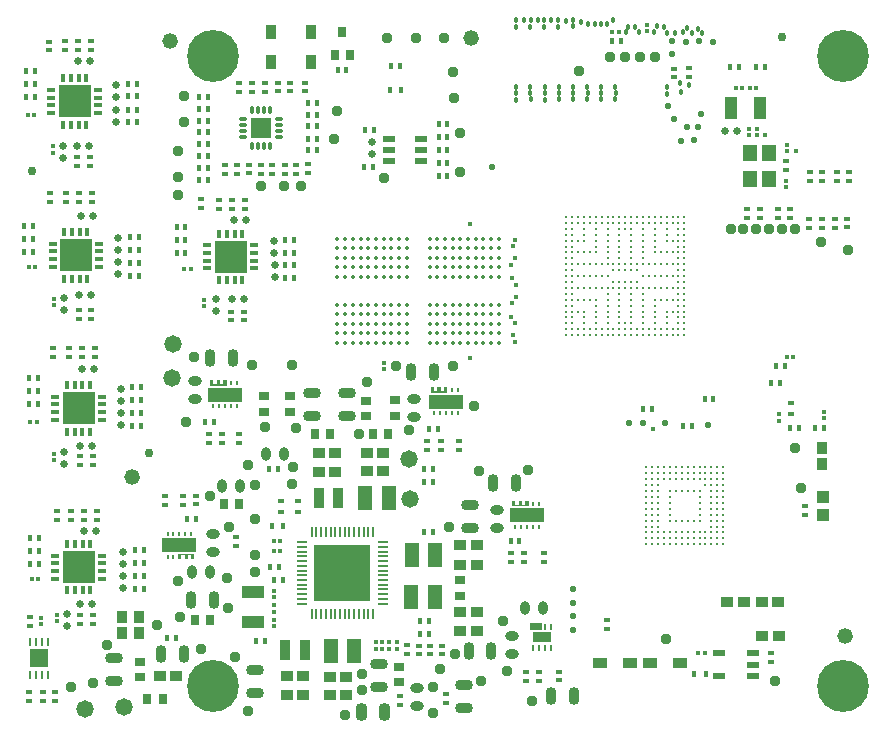
<source format=gbr>
%TF.GenerationSoftware,Altium Limited,Altium Designer,25.7.1 (20)*%
G04 Layer_Color=10964583*
%FSLAX45Y45*%
%MOMM*%
%TF.SameCoordinates,1AA72D45-9F13-4BD8-B423-63960E99F270*%
%TF.FilePolarity,Negative*%
%TF.FileFunction,Soldermask,Top*%
%TF.Part,Single*%
G01*
G75*
%TA.AperFunction,SMDPad,CuDef*%
%ADD10O,0.27940X0.81280*%
%ADD11O,0.81280X0.27940*%
%ADD12R,1.70180X1.70180*%
%ADD13O,0.88900X1.14300*%
%ADD14O,1.14300X0.88900*%
%ADD15O,1.52400X0.88900*%
%ADD16O,0.88900X1.52400*%
%ADD18R,1.09220X1.90500*%
%ADD19R,0.86360X1.80340*%
%ADD20R,1.21920X2.00660*%
%ADD21C,0.63500*%
%ADD22R,1.21920X0.88900*%
%ADD23R,0.30480X0.30480*%
%ADD24R,0.83820X0.71120*%
%ADD25R,0.71120X0.88900*%
%ADD26R,1.19380X1.39700*%
%ADD27R,1.11760X0.60960*%
%ADD28R,2.69240X2.69240*%
%ADD29R,0.35560X0.78740*%
%ADD30R,0.78740X0.35560*%
%ADD31R,0.20320X0.88900*%
%ADD32R,4.69900X4.69900*%
%ADD33R,0.88900X0.20320*%
%TA.AperFunction,BGAPad,CuDef*%
%ADD34C,0.25400*%
%TA.AperFunction,SMDPad,CuDef*%
%ADD35R,0.27940X0.48260*%
%ADD36R,1.60020X0.91440*%
G04:AMPARAMS|DCode=37|XSize=0.0254mm|YSize=0.0254mm|CornerRadius=0mm|HoleSize=0mm|Usage=FLASHONLY|Rotation=0.000|XOffset=0mm|YOffset=0mm|HoleType=Round|Shape=Octagon|*
%AMOCTAGOND37*
4,1,8,0.01270,-0.00635,0.01270,0.00635,0.00635,0.01270,-0.00635,0.01270,-0.01270,0.00635,-0.01270,-0.00635,-0.00635,-0.01270,0.00635,-0.01270,0.01270,-0.00635,0.0*
%
%ADD37OCTAGOND37*%

%ADD38R,0.25400X0.45720*%
%ADD41R,0.45720X0.60960*%
%ADD42R,0.99060X0.81280*%
%ADD43R,1.01600X1.01600*%
%ADD44R,0.25400X0.63500*%
%ADD45R,1.60020X1.60020*%
%TA.AperFunction,BGAPad,CuDef*%
%ADD46C,0.35560*%
%TA.AperFunction,SMDPad,CuDef*%
%ADD50R,0.45720X0.50800*%
%ADD51R,0.50800X0.45720*%
%ADD52R,0.99060X0.81280*%
%ADD53R,0.81280X0.99060*%
%ADD54R,0.71120X0.83820*%
%ADD55R,0.30480X0.30480*%
%ADD56R,0.88900X1.21920*%
%ADD57R,1.90500X1.09220*%
%ADD58R,0.60960X0.45720*%
%TA.AperFunction,ComponentPad*%
%ADD77C,4.40004*%
%TA.AperFunction,TestPad*%
%ADD97C,1.47320*%
%ADD99C,0.55880*%
%TA.AperFunction,SMDPad,CuDef*%
%ADD100R,2.89560X1.29540*%
%TA.AperFunction,TestPad*%
%ADD101C,1.32080*%
%ADD102C,0.93980*%
%ADD103C,0.43180*%
%TA.AperFunction,SMDPad,CuDef*%
%ADD104C,0.76200*%
%TA.AperFunction,TestPad*%
%ADD105C,0.45720*%
G36*
X1897151Y2941269D02*
X1757147D01*
Y2986278D01*
X1785137D01*
Y2953766D01*
X1813154D01*
Y2986278D01*
X1841144D01*
Y2953766D01*
X1869161D01*
Y2986278D01*
X1897151D01*
Y2941269D01*
D02*
G37*
G36*
X3764382Y2882087D02*
X3624377D01*
Y2927096D01*
X3652368D01*
Y2894584D01*
X3680384D01*
Y2927096D01*
X3708375D01*
Y2894584D01*
X3736391D01*
Y2927096D01*
X3764382D01*
Y2882087D01*
D02*
G37*
G36*
X4454525Y1921713D02*
X4314520D01*
Y1966722D01*
X4342511D01*
Y1934210D01*
X4370527D01*
Y1966722D01*
X4398518D01*
Y1934210D01*
X4426534D01*
Y1966722D01*
X4454525D01*
Y1921713D01*
D02*
G37*
G36*
X1624889Y1472108D02*
X1596898D01*
Y1504620D01*
X1568882D01*
Y1472108D01*
X1540891D01*
Y1504620D01*
X1512875D01*
Y1472108D01*
X1484884D01*
Y1517117D01*
X1624889D01*
Y1472108D01*
D02*
G37*
G36*
X4564355Y871906D02*
X4469359D01*
Y929919D01*
X4514367D01*
Y907923D01*
X4519371D01*
Y929919D01*
X4564355D01*
Y871906D01*
D02*
G37*
D10*
X2263445Y4971948D02*
D03*
X2213432D02*
D03*
X2163445D02*
D03*
X2113432D02*
D03*
Y5273243D02*
D03*
X2163445D02*
D03*
X2213432D02*
D03*
X2263445D02*
D03*
D11*
X2037791Y5197602D02*
D03*
Y5147589D02*
D03*
Y5097602D02*
D03*
Y5047590D02*
D03*
X2339086D02*
D03*
Y5097602D02*
D03*
Y5147589D02*
D03*
Y5197602D02*
D03*
D12*
X2188439Y5122596D02*
D03*
D13*
X4419727Y1057554D02*
D03*
X4572127D02*
D03*
X1858493Y2096643D02*
D03*
X2010893D02*
D03*
X2386584Y2364105D02*
D03*
X2234184D02*
D03*
X1606372Y1360246D02*
D03*
X1758772D02*
D03*
D14*
X4309974Y669519D02*
D03*
Y821919D02*
D03*
X3505098Y383540D02*
D03*
Y231140D02*
D03*
X3479698Y2680487D02*
D03*
Y2832887D02*
D03*
X1628115Y2977947D02*
D03*
Y2825547D02*
D03*
X4185717Y1892529D02*
D03*
Y1740129D02*
D03*
X1782623Y1535201D02*
D03*
Y1687601D02*
D03*
D15*
X2139747Y341401D02*
D03*
Y534441D02*
D03*
X2139163Y341833D02*
D03*
Y534873D02*
D03*
X3191205Y393141D02*
D03*
Y586181D02*
D03*
X3905910Y404089D02*
D03*
Y211049D02*
D03*
X2620035Y2879598D02*
D03*
Y2686558D02*
D03*
X2916834Y2685542D02*
D03*
Y2878582D02*
D03*
X947318Y636524D02*
D03*
Y443484D02*
D03*
X3957447Y1737868D02*
D03*
Y1930908D02*
D03*
D16*
X3232226Y175768D02*
D03*
X3039186D02*
D03*
X3234512D02*
D03*
X3041472D02*
D03*
X4643526Y315697D02*
D03*
X4836566D02*
D03*
X1537665Y668782D02*
D03*
X1344625D02*
D03*
X3652241Y3057957D02*
D03*
X3459201D02*
D03*
X1757629Y3174924D02*
D03*
X1950669D02*
D03*
X1597838Y1124509D02*
D03*
X1790878D02*
D03*
X4345305Y2118360D02*
D03*
X4152265D02*
D03*
X3945230Y694690D02*
D03*
X4138270D02*
D03*
D18*
X6164885Y5290033D02*
D03*
X6414872D02*
D03*
D19*
X2390216Y701853D02*
D03*
X2557196D02*
D03*
X2676500Y1991741D02*
D03*
X2843479D02*
D03*
D20*
X3066161Y1993722D02*
D03*
X3268091D02*
D03*
X3462655Y1506957D02*
D03*
X3664585D02*
D03*
X3460242Y1154049D02*
D03*
X3662172D02*
D03*
X2776880Y697306D02*
D03*
X2978810D02*
D03*
D21*
X6222086Y5099685D02*
D03*
X6120486D02*
D03*
X957656Y5485181D02*
D03*
Y5383581D02*
D03*
X519506Y3688029D02*
D03*
Y3586429D02*
D03*
X3125216Y5002809D02*
D03*
Y4901209D02*
D03*
X1810741Y3675761D02*
D03*
Y3574161D02*
D03*
X520192Y2383536D02*
D03*
Y2281936D02*
D03*
X546710Y1006246D02*
D03*
Y904646D02*
D03*
X514452Y4974819D02*
D03*
Y4873219D02*
D03*
X978002Y3883990D02*
D03*
Y3985590D02*
D03*
X645541Y3708476D02*
D03*
X747141D02*
D03*
X691109Y1715287D02*
D03*
X792709D02*
D03*
X980567Y4188206D02*
D03*
Y4086606D02*
D03*
X659536Y2434615D02*
D03*
X761136D02*
D03*
X1001293Y2605303D02*
D03*
Y2706903D02*
D03*
X1016000Y1535633D02*
D03*
Y1434033D02*
D03*
X665480Y4380560D02*
D03*
X767080D02*
D03*
X2303450Y3865423D02*
D03*
Y3967023D02*
D03*
X673862Y3085186D02*
D03*
X775462D02*
D03*
X1016711Y1228700D02*
D03*
Y1330300D02*
D03*
X1000277Y2914980D02*
D03*
Y2813380D02*
D03*
X655549Y1091997D02*
D03*
X757149D02*
D03*
X1943075Y3672002D02*
D03*
X2044675D02*
D03*
X1957324Y4347693D02*
D03*
X2058924D02*
D03*
X2301443Y4168191D02*
D03*
Y4066591D02*
D03*
X956970Y5177257D02*
D03*
Y5278857D02*
D03*
X633197Y4975047D02*
D03*
X734797D02*
D03*
X640105Y5693004D02*
D03*
X741705D02*
D03*
D22*
X5482057Y593573D02*
D03*
X5736057D02*
D03*
X5312791Y593522D02*
D03*
X5058791D02*
D03*
D23*
X6379083Y5464734D02*
D03*
X6325692D02*
D03*
X6208344Y5463337D02*
D03*
X6261735D02*
D03*
X5217693Y5935116D02*
D03*
X5164303D02*
D03*
X2295119Y1630782D02*
D03*
X2348509D02*
D03*
X222352Y3948074D02*
D03*
X275742D02*
D03*
X2295296Y1538046D02*
D03*
X2348687D02*
D03*
X6639154Y3181909D02*
D03*
X6692544D02*
D03*
X234290Y2632304D02*
D03*
X287680D02*
D03*
X213563Y5232425D02*
D03*
X266954D02*
D03*
X247015Y1306779D02*
D03*
X300406D02*
D03*
X1539469Y3929050D02*
D03*
X1592859D02*
D03*
X5890692Y675538D02*
D03*
X5944083D02*
D03*
D24*
X2435047Y2720619D02*
D03*
Y2850617D02*
D03*
X3076524Y2684501D02*
D03*
Y2814498D02*
D03*
X1162253Y471780D02*
D03*
Y601777D02*
D03*
X2209800Y2851582D02*
D03*
Y2721585D02*
D03*
X3322980Y2817800D02*
D03*
Y2687803D02*
D03*
X3354934Y558851D02*
D03*
Y428854D02*
D03*
X3869563Y1292606D02*
D03*
Y1162609D02*
D03*
D25*
X2812898Y5745074D02*
D03*
X2877668Y5935421D02*
D03*
X2942438Y5745074D02*
D03*
D26*
X6485941Y4909642D02*
D03*
Y4689627D02*
D03*
X6325921Y4909642D02*
D03*
Y4689627D02*
D03*
D27*
X6068466Y485750D02*
D03*
Y675742D02*
D03*
X6353454Y485750D02*
D03*
Y580746D02*
D03*
Y675742D02*
D03*
X3539388Y5032756D02*
D03*
Y4937760D02*
D03*
Y4842764D02*
D03*
X3275228Y5032756D02*
D03*
Y4937760D02*
D03*
Y4842764D02*
D03*
D28*
X620852Y4046626D02*
D03*
X644017Y2750972D02*
D03*
X610794Y5348656D02*
D03*
X645693Y1405992D02*
D03*
X1931848Y4031564D02*
D03*
D29*
X718363Y4244137D02*
D03*
X653364D02*
D03*
X588340D02*
D03*
X523342D02*
D03*
Y3849116D02*
D03*
X588340D02*
D03*
X653364D02*
D03*
X718363D02*
D03*
X741528Y2553462D02*
D03*
X676529D02*
D03*
X611505D02*
D03*
X546506D02*
D03*
Y2948483D02*
D03*
X611505D02*
D03*
X676529D02*
D03*
X741528D02*
D03*
X708304Y5546166D02*
D03*
X643306D02*
D03*
X578282D02*
D03*
X513283D02*
D03*
Y5151145D02*
D03*
X578282D02*
D03*
X643306D02*
D03*
X708304D02*
D03*
X743204Y1208481D02*
D03*
X678205D02*
D03*
X613181D02*
D03*
X548183D02*
D03*
Y1603502D02*
D03*
X613181D02*
D03*
X678205D02*
D03*
X743204D02*
D03*
X2029358Y4229075D02*
D03*
X1964360D02*
D03*
X1899336D02*
D03*
X1834337D02*
D03*
Y3834054D02*
D03*
X1899336D02*
D03*
X1964360D02*
D03*
X2029358D02*
D03*
D30*
X423342Y4144137D02*
D03*
Y4079138D02*
D03*
Y4014114D02*
D03*
Y3949116D02*
D03*
X818363D02*
D03*
Y4014114D02*
D03*
Y4079138D02*
D03*
Y4144137D02*
D03*
X841527Y2848483D02*
D03*
Y2783484D02*
D03*
Y2718460D02*
D03*
Y2653462D02*
D03*
X446507D02*
D03*
Y2718460D02*
D03*
Y2783484D02*
D03*
Y2848483D02*
D03*
X413283Y5446166D02*
D03*
Y5381168D02*
D03*
Y5316144D02*
D03*
Y5251145D02*
D03*
X808304D02*
D03*
Y5316144D02*
D03*
Y5381168D02*
D03*
Y5446166D02*
D03*
X843204Y1503502D02*
D03*
Y1438504D02*
D03*
Y1373480D02*
D03*
Y1308481D02*
D03*
X448183D02*
D03*
Y1373480D02*
D03*
Y1438504D02*
D03*
Y1503502D02*
D03*
X1734337Y4129075D02*
D03*
Y4064076D02*
D03*
Y3999052D02*
D03*
Y3934054D02*
D03*
X2129358D02*
D03*
Y3999052D02*
D03*
Y4064076D02*
D03*
Y4129075D02*
D03*
D31*
X2617470Y1011225D02*
D03*
Y1701241D02*
D03*
X2657475Y1011225D02*
D03*
Y1701241D02*
D03*
X2697455Y1011225D02*
D03*
Y1701241D02*
D03*
X2737460Y1011225D02*
D03*
Y1701241D02*
D03*
X2777465Y1011225D02*
D03*
Y1701241D02*
D03*
X2817470Y1011225D02*
D03*
Y1701241D02*
D03*
X2857475Y1011225D02*
D03*
Y1701241D02*
D03*
X2897454Y1011225D02*
D03*
Y1701241D02*
D03*
X2937459Y1011225D02*
D03*
Y1701241D02*
D03*
X2977464Y1011225D02*
D03*
Y1701241D02*
D03*
X3017469Y1011225D02*
D03*
Y1701241D02*
D03*
X3057474Y1011225D02*
D03*
Y1701241D02*
D03*
X3097454Y1011225D02*
D03*
Y1701241D02*
D03*
X3137459Y1011225D02*
D03*
Y1701241D02*
D03*
D32*
X2877464Y1356233D02*
D03*
D33*
X3222473Y1096239D02*
D03*
Y1136244D02*
D03*
Y1176223D02*
D03*
Y1216228D02*
D03*
Y1256233D02*
D03*
Y1296238D02*
D03*
Y1336243D02*
D03*
Y1376223D02*
D03*
Y1416228D02*
D03*
Y1456233D02*
D03*
Y1496238D02*
D03*
Y1536243D02*
D03*
Y1576222D02*
D03*
Y1616227D02*
D03*
X2532456Y1096239D02*
D03*
Y1136244D02*
D03*
Y1176223D02*
D03*
Y1216228D02*
D03*
Y1256233D02*
D03*
Y1296238D02*
D03*
Y1336243D02*
D03*
Y1376223D02*
D03*
Y1416228D02*
D03*
Y1456233D02*
D03*
Y1496238D02*
D03*
Y1536243D02*
D03*
Y1576222D02*
D03*
Y1616227D02*
D03*
D34*
X5450942Y1599463D02*
D03*
Y1649451D02*
D03*
Y1699463D02*
D03*
Y1749450D02*
D03*
Y1799463D02*
D03*
Y1849450D02*
D03*
Y1899463D02*
D03*
Y1949450D02*
D03*
Y1999463D02*
D03*
Y2049450D02*
D03*
Y2099462D02*
D03*
Y2149450D02*
D03*
Y2199462D02*
D03*
Y2249449D02*
D03*
X5500929Y1599463D02*
D03*
Y1649451D02*
D03*
Y1699463D02*
D03*
Y1749450D02*
D03*
Y1799463D02*
D03*
Y1849450D02*
D03*
Y1899463D02*
D03*
Y1949450D02*
D03*
Y1999463D02*
D03*
Y2049450D02*
D03*
Y2099462D02*
D03*
Y2149450D02*
D03*
Y2199462D02*
D03*
Y2249449D02*
D03*
X5550941Y1599463D02*
D03*
Y1649451D02*
D03*
Y1699463D02*
D03*
Y1749450D02*
D03*
Y1799463D02*
D03*
Y1849450D02*
D03*
Y1899463D02*
D03*
Y1949450D02*
D03*
Y1999463D02*
D03*
Y2049450D02*
D03*
Y2099462D02*
D03*
Y2149450D02*
D03*
Y2199462D02*
D03*
Y2249449D02*
D03*
X5600929Y1599463D02*
D03*
Y1649451D02*
D03*
Y1699463D02*
D03*
Y2149450D02*
D03*
Y2199462D02*
D03*
Y2249449D02*
D03*
X5650941Y1599463D02*
D03*
Y1649451D02*
D03*
Y1699463D02*
D03*
Y1799463D02*
D03*
Y1849450D02*
D03*
Y1899463D02*
D03*
Y1949450D02*
D03*
Y1999463D02*
D03*
Y2049450D02*
D03*
Y2149450D02*
D03*
Y2199462D02*
D03*
Y2249449D02*
D03*
X5700928Y1599463D02*
D03*
Y1649451D02*
D03*
Y1699463D02*
D03*
Y1799463D02*
D03*
Y2049450D02*
D03*
Y2149450D02*
D03*
Y2199462D02*
D03*
Y2249449D02*
D03*
X5750941Y1599463D02*
D03*
Y1649451D02*
D03*
Y1699463D02*
D03*
Y1799463D02*
D03*
Y2049450D02*
D03*
Y2149450D02*
D03*
Y2199462D02*
D03*
Y2249449D02*
D03*
X5800928Y1599463D02*
D03*
Y1649451D02*
D03*
Y1699463D02*
D03*
Y1799463D02*
D03*
Y2049450D02*
D03*
Y2149450D02*
D03*
Y2199462D02*
D03*
Y2249449D02*
D03*
X5850941Y1599463D02*
D03*
Y1649451D02*
D03*
Y1699463D02*
D03*
Y1799463D02*
D03*
Y2049450D02*
D03*
Y2149450D02*
D03*
Y2199462D02*
D03*
Y2249449D02*
D03*
X5900928Y1599463D02*
D03*
Y1649451D02*
D03*
Y1699463D02*
D03*
Y1799463D02*
D03*
Y1849450D02*
D03*
Y1899463D02*
D03*
Y1949450D02*
D03*
Y1999463D02*
D03*
Y2049450D02*
D03*
Y2149450D02*
D03*
Y2199462D02*
D03*
Y2249449D02*
D03*
X5950941Y1599463D02*
D03*
Y1649451D02*
D03*
Y1699463D02*
D03*
Y2099462D02*
D03*
Y2149450D02*
D03*
Y2199462D02*
D03*
Y2249449D02*
D03*
X6000928Y1599463D02*
D03*
Y1649451D02*
D03*
Y1699463D02*
D03*
Y1749450D02*
D03*
Y1799463D02*
D03*
Y1849450D02*
D03*
Y1899463D02*
D03*
Y1949450D02*
D03*
Y1999463D02*
D03*
Y2049450D02*
D03*
Y2099462D02*
D03*
Y2149450D02*
D03*
Y2199462D02*
D03*
Y2249449D02*
D03*
X6050940Y1599463D02*
D03*
Y1649451D02*
D03*
Y1699463D02*
D03*
Y1749450D02*
D03*
Y1799463D02*
D03*
Y1849450D02*
D03*
Y1899463D02*
D03*
Y1949450D02*
D03*
Y1999463D02*
D03*
Y2049450D02*
D03*
Y2099462D02*
D03*
Y2149450D02*
D03*
Y2199462D02*
D03*
Y2249449D02*
D03*
X6100928Y1599463D02*
D03*
Y1649451D02*
D03*
Y1699463D02*
D03*
Y1749450D02*
D03*
Y1799463D02*
D03*
Y1849450D02*
D03*
Y1899463D02*
D03*
Y1949450D02*
D03*
Y1999463D02*
D03*
Y2049450D02*
D03*
Y2099462D02*
D03*
Y2149450D02*
D03*
Y2199462D02*
D03*
Y2249449D02*
D03*
X4772330Y3369640D02*
D03*
Y3419653D02*
D03*
Y3469640D02*
D03*
Y3519653D02*
D03*
Y3569640D02*
D03*
Y3619652D02*
D03*
Y3669640D02*
D03*
Y3719652D02*
D03*
Y3769639D02*
D03*
Y3819652D02*
D03*
Y3869639D02*
D03*
Y3919652D02*
D03*
Y3969639D02*
D03*
Y4019652D02*
D03*
Y4069639D02*
D03*
Y4119651D02*
D03*
Y4169639D02*
D03*
Y4219651D02*
D03*
Y4269638D02*
D03*
Y4319651D02*
D03*
Y4369638D02*
D03*
X4822317Y3369640D02*
D03*
Y3419653D02*
D03*
Y3469640D02*
D03*
Y3519653D02*
D03*
Y3569640D02*
D03*
Y3619652D02*
D03*
Y3669640D02*
D03*
Y3719652D02*
D03*
Y3769639D02*
D03*
Y3819652D02*
D03*
Y3869639D02*
D03*
Y3919652D02*
D03*
Y3969639D02*
D03*
Y4019652D02*
D03*
Y4069639D02*
D03*
Y4119651D02*
D03*
Y4169639D02*
D03*
Y4219651D02*
D03*
Y4269638D02*
D03*
Y4319651D02*
D03*
Y4369638D02*
D03*
X4872330Y3369640D02*
D03*
Y3419653D02*
D03*
Y3569640D02*
D03*
Y3669640D02*
D03*
Y3769639D02*
D03*
Y3869639D02*
D03*
Y3969639D02*
D03*
Y4069639D02*
D03*
Y4169639D02*
D03*
Y4319651D02*
D03*
Y4369638D02*
D03*
X4922317Y3369640D02*
D03*
Y3419653D02*
D03*
Y3469640D02*
D03*
Y3519653D02*
D03*
Y3569640D02*
D03*
Y3669640D02*
D03*
Y3769639D02*
D03*
Y3869639D02*
D03*
Y3969639D02*
D03*
Y4069639D02*
D03*
Y4169639D02*
D03*
Y4219651D02*
D03*
Y4269638D02*
D03*
Y4319651D02*
D03*
Y4369638D02*
D03*
X4972329Y3369640D02*
D03*
Y3419653D02*
D03*
Y3669640D02*
D03*
Y3769639D02*
D03*
Y3869639D02*
D03*
Y3969639D02*
D03*
Y4069639D02*
D03*
Y4319651D02*
D03*
Y4369638D02*
D03*
X5022317Y3369640D02*
D03*
Y3419653D02*
D03*
Y3469640D02*
D03*
Y3519653D02*
D03*
Y3569640D02*
D03*
Y3619652D02*
D03*
Y3669640D02*
D03*
Y3769639D02*
D03*
Y3869639D02*
D03*
Y3969639D02*
D03*
Y4069639D02*
D03*
Y4119651D02*
D03*
Y4169639D02*
D03*
Y4219651D02*
D03*
Y4269638D02*
D03*
Y4319651D02*
D03*
Y4369638D02*
D03*
X5072329Y3369640D02*
D03*
Y3419653D02*
D03*
Y3769639D02*
D03*
Y3869639D02*
D03*
Y3969639D02*
D03*
Y4319651D02*
D03*
Y4369638D02*
D03*
X5122316Y3369640D02*
D03*
Y3419653D02*
D03*
Y3469640D02*
D03*
Y3519653D02*
D03*
Y3569640D02*
D03*
Y3619652D02*
D03*
Y3669640D02*
D03*
Y3719652D02*
D03*
Y3769639D02*
D03*
Y3869639D02*
D03*
Y3969639D02*
D03*
Y4019652D02*
D03*
Y4069639D02*
D03*
Y4119651D02*
D03*
Y4169639D02*
D03*
Y4219651D02*
D03*
Y4269638D02*
D03*
Y4319651D02*
D03*
Y4369638D02*
D03*
X5172329Y3369640D02*
D03*
Y3419653D02*
D03*
Y3769639D02*
D03*
Y3819652D02*
D03*
Y3919652D02*
D03*
Y3969639D02*
D03*
Y4319651D02*
D03*
Y4369638D02*
D03*
X5222316Y3369640D02*
D03*
Y3419653D02*
D03*
Y3469640D02*
D03*
Y3519653D02*
D03*
Y3569640D02*
D03*
Y3619652D02*
D03*
Y3669640D02*
D03*
Y3719652D02*
D03*
Y3769639D02*
D03*
Y3819652D02*
D03*
Y3919652D02*
D03*
Y3969639D02*
D03*
Y4019652D02*
D03*
Y4069639D02*
D03*
Y4119651D02*
D03*
Y4169639D02*
D03*
Y4219651D02*
D03*
Y4269638D02*
D03*
Y4319651D02*
D03*
Y4369638D02*
D03*
X5272329Y3369640D02*
D03*
Y3419653D02*
D03*
Y3469640D02*
D03*
Y3769639D02*
D03*
Y3819652D02*
D03*
Y3919652D02*
D03*
Y3969639D02*
D03*
Y4269638D02*
D03*
Y4319651D02*
D03*
Y4369638D02*
D03*
X5322341Y3369640D02*
D03*
Y3419653D02*
D03*
Y3469640D02*
D03*
Y3519653D02*
D03*
Y3569640D02*
D03*
Y3619652D02*
D03*
Y3669640D02*
D03*
Y3719652D02*
D03*
Y3769639D02*
D03*
Y3819652D02*
D03*
Y3919652D02*
D03*
Y3969639D02*
D03*
Y4019652D02*
D03*
Y4069639D02*
D03*
Y4119651D02*
D03*
Y4169639D02*
D03*
Y4219651D02*
D03*
Y4269638D02*
D03*
Y4319651D02*
D03*
Y4369638D02*
D03*
X5372329Y3369640D02*
D03*
Y3419653D02*
D03*
Y3769639D02*
D03*
Y3819652D02*
D03*
Y3919652D02*
D03*
Y3969639D02*
D03*
Y4319651D02*
D03*
Y4369638D02*
D03*
X5422341Y3369640D02*
D03*
Y3419653D02*
D03*
Y3469640D02*
D03*
Y3519653D02*
D03*
Y3569640D02*
D03*
Y3619652D02*
D03*
Y3669640D02*
D03*
Y3719652D02*
D03*
Y3769639D02*
D03*
Y3869639D02*
D03*
Y3969639D02*
D03*
Y4019652D02*
D03*
Y4069639D02*
D03*
Y4119651D02*
D03*
Y4169639D02*
D03*
Y4219651D02*
D03*
Y4269638D02*
D03*
Y4319651D02*
D03*
Y4369638D02*
D03*
X5472328Y3369640D02*
D03*
Y3419653D02*
D03*
Y3769639D02*
D03*
Y3869639D02*
D03*
Y3969639D02*
D03*
Y4319651D02*
D03*
Y4369638D02*
D03*
X5522341Y3369640D02*
D03*
Y3419653D02*
D03*
Y3469640D02*
D03*
Y3519653D02*
D03*
Y3569640D02*
D03*
Y3619652D02*
D03*
Y3669640D02*
D03*
Y3769639D02*
D03*
Y3869639D02*
D03*
Y3969639D02*
D03*
Y4069639D02*
D03*
Y4119651D02*
D03*
Y4169639D02*
D03*
Y4219651D02*
D03*
Y4269638D02*
D03*
Y4319651D02*
D03*
Y4369638D02*
D03*
X5572328Y3369640D02*
D03*
Y3419653D02*
D03*
Y3669640D02*
D03*
Y3769639D02*
D03*
Y3869639D02*
D03*
Y3969639D02*
D03*
Y4069639D02*
D03*
Y4319651D02*
D03*
Y4369638D02*
D03*
X5622341Y3369640D02*
D03*
Y3419653D02*
D03*
Y3469640D02*
D03*
Y3519653D02*
D03*
Y3569640D02*
D03*
Y3669640D02*
D03*
Y3769639D02*
D03*
Y3869639D02*
D03*
Y3969639D02*
D03*
Y4069639D02*
D03*
Y4169639D02*
D03*
Y4219651D02*
D03*
Y4269638D02*
D03*
Y4319651D02*
D03*
Y4369638D02*
D03*
X5672328Y3369640D02*
D03*
Y3419653D02*
D03*
Y3569640D02*
D03*
Y3669640D02*
D03*
Y3769639D02*
D03*
Y3869639D02*
D03*
Y3969639D02*
D03*
Y4069639D02*
D03*
Y4169639D02*
D03*
Y4319651D02*
D03*
Y4369638D02*
D03*
X5722341Y3369640D02*
D03*
Y3419653D02*
D03*
Y3469640D02*
D03*
Y3519653D02*
D03*
Y3569640D02*
D03*
Y3619652D02*
D03*
Y3669640D02*
D03*
Y3719652D02*
D03*
Y3769639D02*
D03*
Y3819652D02*
D03*
Y3869639D02*
D03*
Y3919652D02*
D03*
Y3969639D02*
D03*
Y4019652D02*
D03*
Y4069639D02*
D03*
Y4119651D02*
D03*
Y4169639D02*
D03*
Y4219651D02*
D03*
Y4269638D02*
D03*
Y4319651D02*
D03*
Y4369638D02*
D03*
X5772328Y3369640D02*
D03*
Y3419653D02*
D03*
Y3469640D02*
D03*
Y3519653D02*
D03*
Y3569640D02*
D03*
Y3619652D02*
D03*
Y3669640D02*
D03*
Y3719652D02*
D03*
Y3769639D02*
D03*
Y3819652D02*
D03*
Y3869639D02*
D03*
Y3919652D02*
D03*
Y3969639D02*
D03*
Y4019652D02*
D03*
Y4069639D02*
D03*
Y4119651D02*
D03*
Y4169639D02*
D03*
Y4219651D02*
D03*
Y4269638D02*
D03*
Y4319651D02*
D03*
Y4369638D02*
D03*
D35*
X4541876Y900913D02*
D03*
X4641875D02*
D03*
Y718896D02*
D03*
X4591863Y900913D02*
D03*
Y718896D02*
D03*
X4541876D02*
D03*
X4491863D02*
D03*
D36*
X4566869Y809904D02*
D03*
D37*
X4491863Y900913D02*
D03*
D38*
X3652368Y2709570D02*
D03*
X3702355D02*
D03*
X3752367D02*
D03*
X3802380D02*
D03*
Y2904592D02*
D03*
X3852367Y2709570D02*
D03*
Y2904592D02*
D03*
X1985137Y2963774D02*
D03*
Y2768752D02*
D03*
X1935150Y2963774D02*
D03*
Y2768752D02*
D03*
X1885137D02*
D03*
X1835125D02*
D03*
X1785137D02*
D03*
X4342511Y1749196D02*
D03*
X4392498D02*
D03*
X4442511D02*
D03*
X4492523D02*
D03*
Y1944218D02*
D03*
X4542511Y1749196D02*
D03*
Y1944218D02*
D03*
X1396898Y1494612D02*
D03*
Y1689633D02*
D03*
X1446886Y1494612D02*
D03*
Y1689633D02*
D03*
X1496898D02*
D03*
X1546911D02*
D03*
X1596898D02*
D03*
D41*
X3282112Y5444566D02*
D03*
X3377108D02*
D03*
X5952947Y499288D02*
D03*
X5857951D02*
D03*
X2378278Y1752905D02*
D03*
X2283282D02*
D03*
D42*
X1471447Y483413D02*
D03*
X1333424D02*
D03*
D43*
X6942455Y1848333D02*
D03*
Y2000733D02*
D03*
D44*
X233578Y774014D02*
D03*
Y491515D02*
D03*
X383591Y774014D02*
D03*
Y491515D02*
D03*
X333578Y774014D02*
D03*
Y491515D02*
D03*
X283591Y774014D02*
D03*
Y491515D02*
D03*
D45*
X308585Y632765D02*
D03*
D46*
X4200982Y4184675D02*
D03*
Y4104665D02*
D03*
Y4024681D02*
D03*
Y3944671D02*
D03*
Y3864661D02*
D03*
Y3624682D02*
D03*
Y3544672D02*
D03*
Y3464662D02*
D03*
Y3384677D02*
D03*
Y3304667D02*
D03*
X4135984Y4184675D02*
D03*
Y4104665D02*
D03*
Y4024681D02*
D03*
Y3944671D02*
D03*
Y3864661D02*
D03*
Y3624682D02*
D03*
Y3544672D02*
D03*
Y3464662D02*
D03*
Y3384677D02*
D03*
Y3304667D02*
D03*
X4070985Y4184675D02*
D03*
Y4104665D02*
D03*
Y4024681D02*
D03*
Y3944671D02*
D03*
Y3864661D02*
D03*
Y3624682D02*
D03*
Y3544672D02*
D03*
Y3464662D02*
D03*
Y3384677D02*
D03*
Y3304667D02*
D03*
X4005986Y4184675D02*
D03*
Y4104665D02*
D03*
Y4024681D02*
D03*
Y3944671D02*
D03*
Y3864661D02*
D03*
Y3624682D02*
D03*
Y3544672D02*
D03*
Y3464662D02*
D03*
Y3384677D02*
D03*
Y3304667D02*
D03*
X3940988Y4184675D02*
D03*
Y4104665D02*
D03*
Y4024681D02*
D03*
Y3944671D02*
D03*
Y3864661D02*
D03*
Y3624682D02*
D03*
Y3544672D02*
D03*
Y3464662D02*
D03*
Y3384677D02*
D03*
Y3304667D02*
D03*
X3875989Y4184675D02*
D03*
Y4104665D02*
D03*
Y4024681D02*
D03*
Y3944671D02*
D03*
Y3864661D02*
D03*
Y3624682D02*
D03*
Y3544672D02*
D03*
Y3464662D02*
D03*
Y3384677D02*
D03*
Y3304667D02*
D03*
X3810991Y4184675D02*
D03*
Y4104665D02*
D03*
Y4024681D02*
D03*
Y3944671D02*
D03*
Y3864661D02*
D03*
Y3624682D02*
D03*
Y3544672D02*
D03*
Y3464662D02*
D03*
Y3384677D02*
D03*
Y3304667D02*
D03*
X3745992Y4184675D02*
D03*
Y4104665D02*
D03*
Y4024681D02*
D03*
Y3944671D02*
D03*
Y3864661D02*
D03*
Y3624682D02*
D03*
Y3544672D02*
D03*
Y3464662D02*
D03*
Y3384677D02*
D03*
Y3304667D02*
D03*
X3680993Y4184675D02*
D03*
Y4104665D02*
D03*
Y4024681D02*
D03*
Y3944671D02*
D03*
Y3864661D02*
D03*
Y3624682D02*
D03*
Y3544672D02*
D03*
Y3464662D02*
D03*
Y3384677D02*
D03*
Y3304667D02*
D03*
X3615995Y4184675D02*
D03*
Y4104665D02*
D03*
Y4024681D02*
D03*
Y3944671D02*
D03*
Y3864661D02*
D03*
Y3624682D02*
D03*
Y3544672D02*
D03*
Y3464662D02*
D03*
Y3384677D02*
D03*
Y3304667D02*
D03*
X3420974Y4184675D02*
D03*
Y4104665D02*
D03*
Y4024681D02*
D03*
Y3944671D02*
D03*
Y3864661D02*
D03*
Y3624682D02*
D03*
Y3544672D02*
D03*
Y3464662D02*
D03*
Y3384677D02*
D03*
Y3304667D02*
D03*
X3355975Y4184675D02*
D03*
Y4104665D02*
D03*
Y4024681D02*
D03*
Y3944671D02*
D03*
Y3864661D02*
D03*
Y3624682D02*
D03*
Y3544672D02*
D03*
Y3464662D02*
D03*
Y3384677D02*
D03*
Y3304667D02*
D03*
X3290976Y4184675D02*
D03*
Y4104665D02*
D03*
Y4024681D02*
D03*
Y3944671D02*
D03*
Y3864661D02*
D03*
Y3624682D02*
D03*
Y3544672D02*
D03*
Y3464662D02*
D03*
Y3384677D02*
D03*
Y3304667D02*
D03*
X3225978Y4184675D02*
D03*
Y4104665D02*
D03*
Y4024681D02*
D03*
Y3944671D02*
D03*
Y3864661D02*
D03*
Y3624682D02*
D03*
Y3544672D02*
D03*
Y3464662D02*
D03*
Y3384677D02*
D03*
Y3304667D02*
D03*
X3160979Y4184675D02*
D03*
Y4104665D02*
D03*
Y4024681D02*
D03*
Y3944671D02*
D03*
Y3864661D02*
D03*
Y3624682D02*
D03*
Y3544672D02*
D03*
Y3464662D02*
D03*
Y3384677D02*
D03*
Y3304667D02*
D03*
X3095981Y4184675D02*
D03*
Y4104665D02*
D03*
Y4024681D02*
D03*
Y3944671D02*
D03*
Y3864661D02*
D03*
Y3624682D02*
D03*
Y3544672D02*
D03*
Y3464662D02*
D03*
Y3384677D02*
D03*
Y3304667D02*
D03*
X3030982Y4184675D02*
D03*
Y4104665D02*
D03*
Y4024681D02*
D03*
Y3944671D02*
D03*
Y3864661D02*
D03*
Y3624682D02*
D03*
Y3544672D02*
D03*
Y3464662D02*
D03*
Y3384677D02*
D03*
Y3304667D02*
D03*
X2965983Y4184675D02*
D03*
Y4104665D02*
D03*
Y4024681D02*
D03*
Y3944671D02*
D03*
Y3864661D02*
D03*
Y3624682D02*
D03*
Y3544672D02*
D03*
Y3464662D02*
D03*
Y3384677D02*
D03*
Y3304667D02*
D03*
X2900985Y4184675D02*
D03*
Y4104665D02*
D03*
Y4024681D02*
D03*
Y3944671D02*
D03*
Y3864661D02*
D03*
Y3624682D02*
D03*
Y3544672D02*
D03*
Y3464662D02*
D03*
Y3384677D02*
D03*
Y3304667D02*
D03*
X2835986Y4184675D02*
D03*
Y4104665D02*
D03*
Y4024681D02*
D03*
Y3944671D02*
D03*
Y3864661D02*
D03*
Y3624682D02*
D03*
Y3544672D02*
D03*
Y3464662D02*
D03*
Y3384677D02*
D03*
Y3304667D02*
D03*
D50*
X3536493Y950290D02*
D03*
X3611474D02*
D03*
X3643681Y2234870D02*
D03*
X3568700D02*
D03*
X3567811Y2127250D02*
D03*
X3642792D02*
D03*
X2295906Y1296035D02*
D03*
X2370887D02*
D03*
X3566897Y1702613D02*
D03*
X3641877D02*
D03*
X2219300Y784174D02*
D03*
X2144319D02*
D03*
X181686Y4186809D02*
D03*
X256667D02*
D03*
X202108Y5385486D02*
D03*
X277089D02*
D03*
X3288055Y5645379D02*
D03*
X3363036D02*
D03*
X180950Y4293946D02*
D03*
X255930D02*
D03*
X3611474Y842620D02*
D03*
X3536493D02*
D03*
X256667Y4076573D02*
D03*
X181686D02*
D03*
X3766795Y5155336D02*
D03*
X3691814D02*
D03*
X302565Y2784069D02*
D03*
X227584D02*
D03*
X234798Y1431900D02*
D03*
X309778D02*
D03*
X1664030Y5286985D02*
D03*
X1739011D02*
D03*
Y5085512D02*
D03*
X1664030D02*
D03*
Y4984775D02*
D03*
X1739011D02*
D03*
Y4682566D02*
D03*
X1664030D02*
D03*
X1739011Y5387721D02*
D03*
X1664030D02*
D03*
X1473683Y4064127D02*
D03*
X1548663D02*
D03*
X1100277Y2598471D02*
D03*
X1175258D02*
D03*
X1194232Y1442593D02*
D03*
X1119251D02*
D03*
Y1551813D02*
D03*
X1194232D02*
D03*
X3134995Y4790135D02*
D03*
X3060014D02*
D03*
X3766795Y4829454D02*
D03*
X3691814D02*
D03*
Y4938674D02*
D03*
X3766795D02*
D03*
X2468855Y3961384D02*
D03*
X2393874D02*
D03*
X2394585Y3850132D02*
D03*
X2469566D02*
D03*
X1194232Y1330833D02*
D03*
X1119251D02*
D03*
Y1219581D02*
D03*
X1194232D02*
D03*
X1470279Y806755D02*
D03*
X1395298D02*
D03*
X2332228Y2233955D02*
D03*
X2257247D02*
D03*
X1156640Y4091889D02*
D03*
X1081659D02*
D03*
X1082573Y4197655D02*
D03*
X1157554D02*
D03*
X1082573Y3976929D02*
D03*
X1157554D02*
D03*
Y3866693D02*
D03*
X1082573D02*
D03*
X1064870Y5390388D02*
D03*
X1139850D02*
D03*
Y5499608D02*
D03*
X1064870D02*
D03*
Y5279136D02*
D03*
X1139850D02*
D03*
Y5170170D02*
D03*
X1064870D02*
D03*
X2393899Y4069258D02*
D03*
X2468880D02*
D03*
X2468575Y4176700D02*
D03*
X2393594D02*
D03*
X1739011Y4783303D02*
D03*
X1664030D02*
D03*
Y4884039D02*
D03*
X1739011D02*
D03*
Y5186248D02*
D03*
X1664030D02*
D03*
X227305Y3005582D02*
D03*
X302285D02*
D03*
X1100277Y2817927D02*
D03*
X1175258D02*
D03*
Y2927655D02*
D03*
X1100277D02*
D03*
X1175258Y2708707D02*
D03*
X1100277D02*
D03*
X3070860Y5105197D02*
D03*
X3145841D02*
D03*
X3691814Y4718202D02*
D03*
X3766795D02*
D03*
Y5047640D02*
D03*
X3691814D02*
D03*
X309220Y1542136D02*
D03*
X234239D02*
D03*
X234137Y1651711D02*
D03*
X309118D02*
D03*
X202819Y5496890D02*
D03*
X277800D02*
D03*
X277038Y5604027D02*
D03*
X202057D02*
D03*
X2661945Y5332959D02*
D03*
X2586965D02*
D03*
X1548409Y4175379D02*
D03*
X1473429D02*
D03*
X1473708Y4285996D02*
D03*
X1548689D02*
D03*
X2911373Y5612994D02*
D03*
X2836393D02*
D03*
X226263Y2893543D02*
D03*
X301244D02*
D03*
X6019444Y2828595D02*
D03*
X5944464D02*
D03*
X5497119Y2745308D02*
D03*
X5422138D02*
D03*
X5839917Y2601798D02*
D03*
X5764936D02*
D03*
X6625336Y3107334D02*
D03*
X6550355D02*
D03*
X6505854Y2960548D02*
D03*
X6580835D02*
D03*
X2261845Y1402715D02*
D03*
X2336825D02*
D03*
X2586965Y5030749D02*
D03*
X2661945D02*
D03*
Y5232222D02*
D03*
X2586965D02*
D03*
X2662022Y5138115D02*
D03*
X2587041D02*
D03*
X2588514Y4933315D02*
D03*
X2663495D02*
D03*
X6956908Y2581504D02*
D03*
X6881927D02*
D03*
X6745173Y2580996D02*
D03*
X6670192D02*
D03*
X5158562Y5857621D02*
D03*
X5233543D02*
D03*
X6380201Y5640426D02*
D03*
X6455181D02*
D03*
X6161938Y5638673D02*
D03*
X6236919D02*
D03*
X3687699Y2574671D02*
D03*
X3612718D02*
D03*
X1786560Y2631999D02*
D03*
X1711579D02*
D03*
X4301338Y1627353D02*
D03*
X4376318D02*
D03*
X1636344Y1811071D02*
D03*
X1561363D02*
D03*
D51*
X3718738Y741375D02*
D03*
Y666394D02*
D03*
X6637477Y4769942D02*
D03*
Y4844923D02*
D03*
X687603Y1880616D02*
D03*
Y1805635D02*
D03*
X752069Y3506851D02*
D03*
Y3581832D02*
D03*
X4714164Y445770D02*
D03*
Y520751D02*
D03*
X798347Y1805127D02*
D03*
Y1880108D02*
D03*
X6792773Y1923034D02*
D03*
Y1848053D02*
D03*
X1635430Y1936979D02*
D03*
Y2011959D02*
D03*
X4430319Y442011D02*
D03*
Y516992D02*
D03*
X525983Y5857291D02*
D03*
Y5782310D02*
D03*
X1527226Y1935353D02*
D03*
Y2010334D02*
D03*
X537540Y4569358D02*
D03*
Y4494378D02*
D03*
X4541596Y517322D02*
D03*
Y442341D02*
D03*
X1831899Y4441495D02*
D03*
Y4516476D02*
D03*
X2435962Y5508523D02*
D03*
Y5433543D02*
D03*
X1858086Y2530881D02*
D03*
Y2455901D02*
D03*
X3708349Y2395804D02*
D03*
Y2470785D02*
D03*
X4418940Y1525041D02*
D03*
Y1450061D02*
D03*
X2584628Y4739665D02*
D03*
Y4814646D02*
D03*
X2277618Y4812767D02*
D03*
Y4737786D02*
D03*
X2083740Y4738726D02*
D03*
Y4813706D02*
D03*
X1984426Y4737887D02*
D03*
Y4812868D02*
D03*
X3758616Y327863D02*
D03*
Y252882D02*
D03*
X778840Y3184017D02*
D03*
Y3258998D02*
D03*
X657073Y999388D02*
D03*
Y924408D02*
D03*
X4308196Y1523924D02*
D03*
Y1448943D02*
D03*
X2560091Y5433543D02*
D03*
Y5508523D02*
D03*
X1749425Y2455799D02*
D03*
Y2530780D02*
D03*
X562864Y3184144D02*
D03*
Y3259125D02*
D03*
X3597859Y2395906D02*
D03*
Y2470887D02*
D03*
X229845Y911352D02*
D03*
Y986333D02*
D03*
X580187Y1880311D02*
D03*
Y1805330D02*
D03*
X6506388Y675183D02*
D03*
Y600202D02*
D03*
X760324Y4570451D02*
D03*
Y4495470D02*
D03*
X1977034Y1582064D02*
D03*
Y1657045D02*
D03*
X649326Y4494403D02*
D03*
Y4569384D02*
D03*
X227152Y272161D02*
D03*
Y347142D02*
D03*
X339928Y345313D02*
D03*
Y270332D02*
D03*
X3364814Y239166D02*
D03*
Y314147D02*
D03*
X2218385Y5505983D02*
D03*
Y5431003D02*
D03*
X643509Y3508019D02*
D03*
Y3583000D02*
D03*
X748182Y5782335D02*
D03*
Y5857316D02*
D03*
X638708Y5858789D02*
D03*
Y5783809D02*
D03*
X737667Y4874946D02*
D03*
Y4799965D02*
D03*
X630225Y4799508D02*
D03*
Y4874489D02*
D03*
X2050847Y4441495D02*
D03*
Y4516476D02*
D03*
X1941373D02*
D03*
Y4441495D02*
D03*
X2043074Y3568751D02*
D03*
Y3493770D02*
D03*
X767563Y922477D02*
D03*
Y997458D02*
D03*
X1932076Y3569614D02*
D03*
Y3494634D02*
D03*
X1883689Y4812868D02*
D03*
Y4737887D02*
D03*
X2002257Y5431003D02*
D03*
Y5505983D02*
D03*
X2329434Y5433365D02*
D03*
Y5508346D02*
D03*
X1375537Y2008607D02*
D03*
Y1933626D02*
D03*
X2185899Y4812868D02*
D03*
Y4737887D02*
D03*
X2387371D02*
D03*
Y4812868D02*
D03*
X2488108D02*
D03*
Y4737887D02*
D03*
X670636Y3183712D02*
D03*
Y3258693D02*
D03*
X764921Y2272030D02*
D03*
Y2347011D02*
D03*
X656463Y2348332D02*
D03*
Y2273351D02*
D03*
X461315Y1806804D02*
D03*
Y1881784D02*
D03*
X398424Y4569130D02*
D03*
Y4494149D02*
D03*
X426568Y3183331D02*
D03*
Y3258312D02*
D03*
X391770Y5855716D02*
D03*
Y5780735D02*
D03*
X4586529Y1446759D02*
D03*
Y1521739D02*
D03*
X1998294Y2532304D02*
D03*
Y2457323D02*
D03*
X2109445Y5431003D02*
D03*
Y5505983D02*
D03*
X1679016Y4447515D02*
D03*
Y4522495D02*
D03*
X3862222Y2396160D02*
D03*
Y2471141D02*
D03*
X3427578Y742391D02*
D03*
Y667410D02*
D03*
X3525088Y666750D02*
D03*
Y741731D02*
D03*
X7045173Y4281068D02*
D03*
Y4356049D02*
D03*
X6936308Y4354119D02*
D03*
Y4279138D02*
D03*
X6304940Y4365066D02*
D03*
Y4440047D02*
D03*
X6833794Y4676140D02*
D03*
Y4751121D02*
D03*
X6940093Y4751095D02*
D03*
Y4676115D02*
D03*
X7170699Y4678655D02*
D03*
Y4753635D02*
D03*
X7063156Y4751629D02*
D03*
Y4676648D02*
D03*
X6671005Y4365650D02*
D03*
Y4440631D02*
D03*
X5113731Y882955D02*
D03*
Y957936D02*
D03*
X3623335Y741705D02*
D03*
Y666725D02*
D03*
X7150633Y4356837D02*
D03*
Y4281856D02*
D03*
X6827418Y4278503D02*
D03*
Y4353484D02*
D03*
X6563690Y4439082D02*
D03*
Y4364101D02*
D03*
X6416980Y4364330D02*
D03*
Y4439310D02*
D03*
X446811Y346100D02*
D03*
Y271120D02*
D03*
X5685028Y5552338D02*
D03*
Y5627319D02*
D03*
X5812714Y5634253D02*
D03*
Y5559273D02*
D03*
D52*
X3084805Y2369871D02*
D03*
X3221965D02*
D03*
X3086684Y2217217D02*
D03*
X3223844D02*
D03*
X4014495Y1426515D02*
D03*
X3877335D02*
D03*
X4014495Y1589075D02*
D03*
X3877335D02*
D03*
X4012997Y867054D02*
D03*
X3875837D02*
D03*
X4012997Y1029614D02*
D03*
X3875837D02*
D03*
X2769133Y474980D02*
D03*
X2906293D02*
D03*
X2769387Y324714D02*
D03*
X2906547D02*
D03*
X2545055Y320446D02*
D03*
X2407895D02*
D03*
X2548103Y484022D02*
D03*
X2410943D02*
D03*
X2813787Y2214016D02*
D03*
X2676627D02*
D03*
X2812517Y2374290D02*
D03*
X2675357D02*
D03*
X6432372Y1110463D02*
D03*
X6569532D02*
D03*
X6434074Y821182D02*
D03*
X6571234D02*
D03*
X6274841Y1110285D02*
D03*
X6137681D02*
D03*
D53*
X1009218Y983336D02*
D03*
Y846176D02*
D03*
X1157884Y982574D02*
D03*
Y845414D02*
D03*
X6939534Y2277364D02*
D03*
Y2414524D02*
D03*
D54*
X3266008Y2536596D02*
D03*
X3136011D02*
D03*
X2646578Y2529738D02*
D03*
X2776576D02*
D03*
X1757629Y956437D02*
D03*
X1627632D02*
D03*
X2003044Y1941525D02*
D03*
X1873047D02*
D03*
X1357198Y293040D02*
D03*
X1227201D02*
D03*
D55*
X2300199Y1205306D02*
D03*
Y1151915D02*
D03*
X2300046Y904062D02*
D03*
Y957453D02*
D03*
X6637858Y4980508D02*
D03*
Y4927117D02*
D03*
X6637299Y4619955D02*
D03*
Y4673346D02*
D03*
X6387313Y5062423D02*
D03*
Y5115814D02*
D03*
X6319012Y5116017D02*
D03*
Y5062626D02*
D03*
X3161614Y769036D02*
D03*
Y715645D02*
D03*
X2300326Y1029132D02*
D03*
Y1082523D02*
D03*
X3229381Y3134208D02*
D03*
Y3080817D02*
D03*
X433908Y3621507D02*
D03*
Y3674897D02*
D03*
X3273196Y769671D02*
D03*
Y716280D02*
D03*
X6572987Y2700147D02*
D03*
Y2646756D02*
D03*
X6957797Y2717698D02*
D03*
Y2664308D02*
D03*
X327635Y977849D02*
D03*
Y924458D02*
D03*
X432054Y2314092D02*
D03*
Y2367483D02*
D03*
X461366Y950062D02*
D03*
Y1003452D02*
D03*
X426822Y4914925D02*
D03*
Y4968316D02*
D03*
X1702308Y3612540D02*
D03*
Y3665931D02*
D03*
X3336011Y769290D02*
D03*
Y715899D02*
D03*
X3215919Y769391D02*
D03*
Y716001D02*
D03*
X5456504Y5945683D02*
D03*
Y5999074D02*
D03*
D56*
X2270735Y5939409D02*
D03*
Y5685409D02*
D03*
X2611018Y5939409D02*
D03*
Y5685409D02*
D03*
D57*
X2116734Y943712D02*
D03*
Y1193698D02*
D03*
D58*
X6675272Y2794076D02*
D03*
Y2699080D02*
D03*
X2354809Y1871193D02*
D03*
Y1966189D02*
D03*
X2504288Y1873529D02*
D03*
Y1968525D02*
D03*
D77*
X7119518Y400990D02*
D03*
X1785518D02*
D03*
Y5734990D02*
D03*
X7119518D02*
D03*
D97*
X1441120Y3294507D02*
D03*
X1433093Y3010129D02*
D03*
X1032408Y220878D02*
D03*
X694741Y206172D02*
D03*
X3450666Y1978736D02*
D03*
X3444672Y2319807D02*
D03*
D99*
X4144696Y4791253D02*
D03*
X5912028Y5244262D02*
D03*
X4833518Y873201D02*
D03*
X4829429Y988619D02*
D03*
X4829073Y1103401D02*
D03*
X4826203Y1218108D02*
D03*
X5747995Y5013503D02*
D03*
X5637835Y5312105D02*
D03*
X5888050Y5130851D02*
D03*
X5685536Y5198669D02*
D03*
X5665800Y5747258D02*
D03*
X5667019Y5856605D02*
D03*
X5782437Y5853836D02*
D03*
X5898693Y5857088D02*
D03*
X6015761Y5854649D02*
D03*
X5791810Y5128539D02*
D03*
X5852211Y5021656D02*
D03*
X5970219Y2605710D02*
D03*
X5422011Y2625141D02*
D03*
X5301742Y2625395D02*
D03*
X5608371Y2627427D02*
D03*
D100*
X3752367Y2807081D02*
D03*
X1885137Y2866263D02*
D03*
X4442511Y1846707D02*
D03*
X1496898Y1592123D02*
D03*
D101*
X1417574Y5858129D02*
D03*
X3964940Y5889117D02*
D03*
X1095146Y2165553D02*
D03*
X7128688Y825449D02*
D03*
D102*
X6929374Y4159250D02*
D03*
X7160870Y4094480D02*
D03*
X4481525Y272948D02*
D03*
X5141468Y5720842D02*
D03*
X5268468D02*
D03*
X6382029Y4266463D02*
D03*
X5395468Y5720842D02*
D03*
X5522468D02*
D03*
X6600469Y4266463D02*
D03*
X6709689D02*
D03*
X3992321Y2771089D02*
D03*
X3783965Y1748257D02*
D03*
X2899131Y157124D02*
D03*
X2079549Y186919D02*
D03*
X2487117Y2585161D02*
D03*
X2138655Y1815744D02*
D03*
X2136369Y2099996D02*
D03*
X2453691Y2107413D02*
D03*
X1916049Y1746402D02*
D03*
X2457298Y2251100D02*
D03*
X2138655Y1508379D02*
D03*
Y1360551D02*
D03*
X3705885Y546710D02*
D03*
X4876622Y5603443D02*
D03*
X6163589Y4266463D02*
D03*
X6272809D02*
D03*
X6491249D02*
D03*
X2448839Y3115437D02*
D03*
X1551965Y2636266D02*
D03*
X3082823Y2976550D02*
D03*
X3016047Y2530246D02*
D03*
X1504315Y980338D02*
D03*
X1906219Y1063066D02*
D03*
X3045231Y366471D02*
D03*
X3046273Y497942D02*
D03*
X1309192Y919861D02*
D03*
X1682344Y710997D02*
D03*
X3645789Y388722D02*
D03*
X3645814Y172466D02*
D03*
X888289Y745973D02*
D03*
X766369Y425171D02*
D03*
X1752346Y2010766D02*
D03*
X2136115Y2099818D02*
D03*
X2082063Y2273732D02*
D03*
X2457348Y2251456D02*
D03*
X3331947Y3111246D02*
D03*
X3813277Y3109112D02*
D03*
X3444342Y2569464D02*
D03*
X2108530Y3115437D02*
D03*
X1618742Y3185414D02*
D03*
X2222906Y2589835D02*
D03*
X4030599Y2221738D02*
D03*
X4446219Y2223846D02*
D03*
X3784244Y1748282D02*
D03*
X1902866Y1309980D02*
D03*
X1489405Y1289837D02*
D03*
X1916049Y1746174D02*
D03*
X3830828Y672440D02*
D03*
X4233088Y951662D02*
D03*
X4270197Y529717D02*
D03*
X2827706Y5268290D02*
D03*
X2809773Y5030724D02*
D03*
X2527351Y4631868D02*
D03*
X2381098Y4631157D02*
D03*
X2187397Y4631817D02*
D03*
X578460Y387096D02*
D03*
X3816909Y5596407D02*
D03*
X3822243Y5380761D02*
D03*
X3498240Y5889117D02*
D03*
X3737407D02*
D03*
X5619090Y799313D02*
D03*
X3259074Y5889117D02*
D03*
X6536106Y442290D02*
D03*
X4052900Y438556D02*
D03*
X3229102Y4699330D02*
D03*
X3876878Y4748098D02*
D03*
X3876904Y5080991D02*
D03*
X6708775Y2416277D02*
D03*
X2899232Y156616D02*
D03*
X6756883Y2076856D02*
D03*
X2079371Y186919D02*
D03*
X1970938Y644017D02*
D03*
X1486814Y4553280D02*
D03*
Y4710430D02*
D03*
X1485875Y4925568D02*
D03*
X1532433Y5171135D02*
D03*
X1534363Y5396738D02*
D03*
D103*
X6454800Y5063211D02*
D03*
X6714668Y4930775D02*
D03*
X5504409Y2579141D02*
D03*
X4337126Y3469030D02*
D03*
X4308602Y3523920D02*
D03*
X4316476Y3639236D02*
D03*
X4349013Y3696081D02*
D03*
Y3793185D02*
D03*
X4316476Y3850030D02*
D03*
X4320591Y3367684D02*
D03*
X4341470Y3310636D02*
D03*
X4308602Y3965346D02*
D03*
X4320591Y4121582D02*
D03*
X4341470Y4178630D02*
D03*
X3959555Y4311599D02*
D03*
Y3177667D02*
D03*
X4337126Y4020236D02*
D03*
D104*
X251714Y4756709D02*
D03*
X1240307Y2370023D02*
D03*
X6602374Y5890362D02*
D03*
D105*
X5924626Y5929274D02*
D03*
X5884799Y5964758D02*
D03*
X5839790Y5930316D02*
D03*
X5813247Y5491607D02*
D03*
X5797118Y5968797D02*
D03*
X5758028Y5932500D02*
D03*
X5742508Y5427091D02*
D03*
X5738647Y5501361D02*
D03*
X5695239Y5931611D02*
D03*
X5629961Y5413324D02*
D03*
X5626710Y5468798D02*
D03*
X5625948Y5929503D02*
D03*
X5599201Y5982538D02*
D03*
X5538470Y5989041D02*
D03*
X5514391Y5940146D02*
D03*
X5387848Y5936158D02*
D03*
X5357597Y5980582D02*
D03*
X5296052Y5982208D02*
D03*
X5277231Y5932297D02*
D03*
X5190312Y5419166D02*
D03*
X5189169Y5365826D02*
D03*
X5187874Y5472455D02*
D03*
X5171973Y6035472D02*
D03*
X5121097Y6006821D02*
D03*
X5070475Y5471643D02*
D03*
X5069662Y5418303D02*
D03*
X5067808Y6004001D02*
D03*
X5066614Y5365039D02*
D03*
X5014341Y6000242D02*
D03*
X4960671Y6000013D02*
D03*
X4953051Y5419700D02*
D03*
X4950790Y5366385D02*
D03*
X4950638Y5472989D02*
D03*
X4897450Y6023559D02*
D03*
X4831613Y5419674D02*
D03*
X4830801Y5473014D02*
D03*
X4828667Y5366410D02*
D03*
X4827956Y5983681D02*
D03*
X4827422Y6037021D02*
D03*
X4774082Y6030824D02*
D03*
X4711802Y5366334D02*
D03*
X4710125Y5419649D02*
D03*
X4707712Y5472938D02*
D03*
X4707077Y5982716D02*
D03*
X4704131Y6035980D02*
D03*
X4647667Y6034126D02*
D03*
X4590313Y5472989D02*
D03*
X4589069Y5363489D02*
D03*
X4588688Y5419649D02*
D03*
X4586656Y6036031D02*
D03*
X4585767Y5982691D02*
D03*
X4529633Y6039714D02*
D03*
X4470806Y5366258D02*
D03*
X4470171Y6035954D02*
D03*
X4469816Y5419598D02*
D03*
X4468876Y5472938D02*
D03*
X4466819Y5982716D02*
D03*
X4411980Y6035853D02*
D03*
X4349852Y5419598D02*
D03*
X4348607Y5982716D02*
D03*
X4348251Y5359197D02*
D03*
X4348226Y5472938D02*
D03*
X4344873Y6038342D02*
D03*
%TF.MD5,f7edbbd870edcc3f3f5166d36a59469e*%
M02*

</source>
